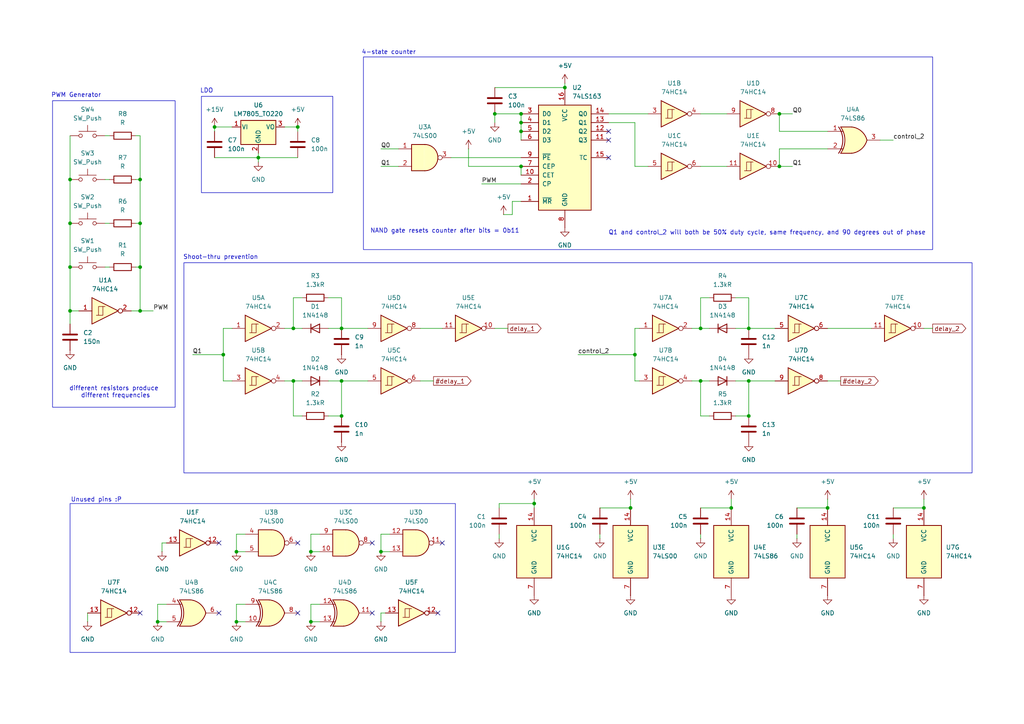
<source format=kicad_sch>
(kicad_sch (version 20250114) (generator "eeschema") (generator_version "9.0")
  (paper "A4")
  (lib_symbols
    (symbol "74xx:74HC14" (pin_names (offset 1.016))
      (property "Reference" "U" (at 0 1.27 0))
      (property "Value" "74HC14" (at 0 -1.27 0))
      (symbol "74HC14_1_0"
        (pin input line (at -7.62 0 0) (length 3.81) (name "~") (number "1"))
        (pin output inverted (at 7.62 0 180) (length 3.81) (name "~") (number "2"))
      )
      (symbol "74HC14_2_0"
        (pin input line (at -7.62 0 0) (length 3.81) (name "~") (number "3"))
        (pin output inverted (at 7.62 0 180) (length 3.81) (name "~") (number "4"))
      )
      (symbol "74HC14_3_0"
        (pin input line (at -7.62 0 0) (length 3.81) (name "~") (number "5"))
        (pin output inverted (at 7.62 0 180) (length 3.81) (name "~") (number "6"))
      )
      (symbol "74HC14_4_0"
        (pin input line (at -7.62 0 0) (length 3.81) (name "~") (number "9"))
        (pin output inverted (at 7.62 0 180) (length 3.81) (name "~") (number "8"))
      )
      (symbol "74HC14_5_0"
        (pin input line (at -7.62 0 0) (length 3.81) (name "~") (number "11"))
        (pin output inverted (at 7.62 0 180) (length 3.81) (name "~") (number "10"))
      )
      (symbol "74HC14_6_0"
        (pin input line (at -7.62 0 0) (length 3.81) (name "~") (number "13"))
        (pin output inverted (at 7.62 0 180) (length 3.81) (name "~") (number "12"))
      )
      (symbol "74HC14_7_0"
        (pin power_in line (at 0 12.7 270) (length 5.08) (name "VCC") (number "14"))
        (pin power_in line (at 0 -12.7 90) (length 5.08) (name "GND") (number "7"))
      )
    )
    (symbol "74xx:74LS00" (pin_names (offset 1.016))
      (property "Reference" "U" (at 0 1.27 0))
      (property "Value" "74LS00" (at 0 -1.27 0))
      (symbol "74LS00_1_1"
        (pin input line (at -7.62 2.54 0) (length 3.81) (name "~") (number "1"))
        (pin input line (at -7.62 -2.54 0) (length 3.81) (name "~") (number "2"))
        (pin output inverted (at 7.62 0 180) (length 3.81) (name "~") (number "3"))
      )
      (symbol "74LS00_1_2"
        (pin input inverted (at -7.62 2.54 0) (length 4.318) (name "~") (number "1"))
        (pin input inverted (at -7.62 -2.54 0) (length 4.318) (name "~") (number "2"))
        (pin output line (at 7.62 0 180) (length 3.81) (name "~") (number "3"))
      )
      (symbol "74LS00_2_1"
        (pin input line (at -7.62 2.54 0) (length 3.81) (name "~") (number "4"))
        (pin input line (at -7.62 -2.54 0) (length 3.81) (name "~") (number "5"))
        (pin output inverted (at 7.62 0 180) (length 3.81) (name "~") (number "6"))
      )
      (symbol "74LS00_2_2"
        (pin input inverted (at -7.62 2.54 0) (length 4.318) (name "~") (number "4"))
        (pin input inverted (at -7.62 -2.54 0) (length 4.318) (name "~") (number "5"))
        (pin output line (at 7.62 0 180) (length 3.81) (name "~") (number "6"))
      )
      (symbol "74LS00_3_1"
        (pin input line (at -7.62 2.54 0) (length 3.81) (name "~") (number "9"))
        (pin input line (at -7.62 -2.54 0) (length 3.81) (name "~") (number "10"))
        (pin output inverted (at 7.62 0 180) (length 3.81) (name "~") (number "8"))
      )
      (symbol "74LS00_3_2"
        (pin input inverted (at -7.62 2.54 0) (length 4.318) (name "~") (number "9"))
        (pin input inverted (at -7.62 -2.54 0) (length 4.318) (name "~") (number "10"))
        (pin output line (at 7.62 0 180) (length 3.81) (name "~") (number "8"))
      )
      (symbol "74LS00_4_1"
        (pin input line (at -7.62 2.54 0) (length 3.81) (name "~") (number "12"))
        (pin input line (at -7.62 -2.54 0) (length 3.81) (name "~") (number "13"))
        (pin output inverted (at 7.62 0 180) (length 3.81) (name "~") (number "11"))
      )
      (symbol "74LS00_4_2"
        (pin input inverted (at -7.62 2.54 0) (length 4.318) (name "~") (number "12"))
        (pin input inverted (at -7.62 -2.54 0) (length 4.318) (name "~") (number "13"))
        (pin output line (at 7.62 0 180) (length 3.81) (name "~") (number "11"))
      )
      (symbol "74LS00_5_0"
        (pin power_in line (at 0 12.7 270) (length 5.08) (name "VCC") (number "14"))
        (pin power_in line (at 0 -12.7 90) (length 5.08) (name "GND") (number "7"))
      )
    )
    (symbol "74xx:74LS163" (pin_names (offset 1.016))
      (property "Reference" "U" (at -7.62 16.51 0))
      (property "Value" "74LS163" (at -7.62 -16.51 0))
      (symbol "74LS163_1_0"
        (pin input line (at -12.7 12.7 0) (length 5.08) (name "D0") (number "3"))
        (pin input line (at -12.7 10.16 0) (length 5.08) (name "D1") (number "4"))
        (pin input line (at -12.7 7.62 0) (length 5.08) (name "D2") (number "5"))
        (pin input line (at -12.7 5.08 0) (length 5.08) (name "D3") (number "6"))
        (pin input line (at -12.7 0 0) (length 5.08) (name "~{PE}") (number "9"))
        (pin input line (at -12.7 -2.54 0) (length 5.08) (name "CEP") (number "7"))
        (pin input line (at -12.7 -5.08 0) (length 5.08) (name "CET") (number "10"))
        (pin input line (at -12.7 -7.62 0) (length 5.08) (name "CP") (number "2"))
        (pin input line (at -12.7 -12.7 0) (length 5.08) (name "~{MR}") (number "1"))
        (pin power_in line (at 0 20.32 270) (length 5.08) (name "VCC") (number "16"))
        (pin power_in line (at 0 -20.32 90) (length 5.08) (name "GND") (number "8"))
        (pin output line (at 12.7 12.7 180) (length 5.08) (name "Q0") (number "14"))
        (pin output line (at 12.7 10.16 180) (length 5.08) (name "Q1") (number "13"))
        (pin output line (at 12.7 7.62 180) (length 5.08) (name "Q2") (number "12"))
        (pin output line (at 12.7 5.08 180) (length 5.08) (name "Q3") (number "11"))
        (pin output line (at 12.7 0 180) (length 5.08) (name "TC") (number "15"))
      )
    )
    (symbol "74xx:74LS86" (pin_names (offset 1.016))
      (property "Reference" "U" (at 0 1.27 0))
      (property "Value" "74LS86" (at 0 -1.27 0))
      (symbol "74LS86_1_0"
        (pin input line (at -7.62 2.54 0) (length 4.445) (name "~") (number "1"))
        (pin input line (at -7.62 -2.54 0) (length 4.445) (name "~") (number "2"))
        (pin output line (at 7.62 0 180) (length 3.81) (name "~") (number "3"))
      )
      (symbol "74LS86_2_0"
        (pin input line (at -7.62 2.54 0) (length 4.445) (name "~") (number "4"))
        (pin input line (at -7.62 -2.54 0) (length 4.445) (name "~") (number "5"))
        (pin output line (at 7.62 0 180) (length 3.81) (name "~") (number "6"))
      )
      (symbol "74LS86_3_0"
        (pin input line (at -7.62 2.54 0) (length 4.445) (name "~") (number "9"))
        (pin input line (at -7.62 -2.54 0) (length 4.445) (name "~") (number "10"))
        (pin output line (at 7.62 0 180) (length 3.81) (name "~") (number "8"))
      )
      (symbol "74LS86_4_0"
        (pin input line (at -7.62 2.54 0) (length 4.445) (name "~") (number "12"))
        (pin input line (at -7.62 -2.54 0) (length 4.445) (name "~") (number "13"))
        (pin output line (at 7.62 0 180) (length 3.81) (name "~") (number "11"))
      )
      (symbol "74LS86_5_0"
        (pin power_in line (at 0 12.7 270) (length 5.08) (name "VCC") (number "14"))
        (pin power_in line (at 0 -12.7 90) (length 5.08) (name "GND") (number "7"))
      )
    )
    (symbol "Device:C" (pin_numbers (hide yes)) (pin_names (offset 0.254))
      (property "Reference" "C" (at 0.635 2.54 0))
      (property "Value" "C" (at 0.635 -2.54 0))
      (symbol "C_1_1"
        (pin passive line (at 0 3.81 270) (length 2.794) (name "~") (number "1"))
        (pin passive line (at 0 -3.81 90) (length 2.794) (name "~") (number "2"))
      )
    )
    (symbol "Device:R" (pin_numbers (hide yes)) (pin_names (offset 0))
      (property "Reference" "R" (at 2.032 0 90))
      (property "Value" "R" (at 0 0 90))
      (symbol "R_1_1"
        (pin passive line (at 0 3.81 270) (length 1.27) (name "~") (number "1"))
        (pin passive line (at 0 -3.81 90) (length 1.27) (name "~") (number "2"))
      )
    )
    (symbol "Diode:1N4148" (pin_numbers (hide yes)) (pin_names (hide yes))
      (property "Reference" "D" (at 0 2.54 0))
      (property "Value" "1N4148" (at 0 -2.54 0))
      (symbol "1N4148_1_1"
        (pin passive line (at -3.81 0 0) (length 2.54) (name "K") (number "1"))
        (pin passive line (at 3.81 0 180) (length 2.54) (name "A") (number "2"))
      )
    )
    (symbol "Regulator_Linear:LM7805_TO220" (pin_names (offset 0.254))
      (property "Reference" "U" (at -3.81 3.175 0))
      (property "Value" "LM7805_TO220" (at 0 3.175 0))
      (symbol "LM7805_TO220_1_1"
        (pin power_in line (at -7.62 0 0) (length 2.54) (name "VI") (number "1"))
        (pin power_in line (at 0 -7.62 90) (length 2.54) (name "GND") (number "2"))
        (pin power_out line (at 7.62 0 180) (length 2.54) (name "VO") (number "3"))
      )
    )
    (symbol "Switch:SW_Push" (pin_numbers (hide yes)) (pin_names (offset 1.016) (hide yes))
      (property "Reference" "SW" (at 1.27 2.54 0))
      (property "Value" "SW_Push" (at 0 -1.524 0))
      (symbol "SW_Push_0_1"
        (pin passive line (at -5.08 0 0) (length 2.54) (name "1") (number "1"))
        (pin passive line (at 5.08 0 180) (length 2.54) (name "2") (number "2"))
      )
    )
    (symbol "power:+12V" (power) (pin_numbers (hide yes)) (pin_names (offset 0) (hide yes))
      (property "Value" "+12V" (at 0 3.556 0))
      (symbol "+12V_1_1"
        (pin power_in line (at 0 0 90) (length 0) (name "~") (number "1"))
      )
    )
    (symbol "power:+5V" (power) (pin_numbers (hide yes)) (pin_names (offset 0) (hide yes))
      (property "Value" "+5V" (at 0 3.556 0))
      (symbol "+5V_1_1"
        (pin power_in line (at 0 0 90) (length 0) (name "~") (number "1"))
      )
    )
    (symbol "power:GND" (power) (pin_numbers (hide yes)) (pin_names (offset 0) (hide yes))
      (property "Value" "GND" (at 0 -3.81 0))
      (symbol "GND_1_1"
        (pin power_in line (at 0 0 270) (length 0) (name "~") (number "1"))
      )
    )
  )
  (rectangle (start 105.41 16.51) (end 270.51 72.39))
  (rectangle (start 58.42 27.94) (end 96.52 55.88))
  (rectangle (start 53.34 76.2) (end 281.94 137.16))
  (rectangle (start 15.24 29.21) (end 50.8 118.11))
  (rectangle (start 20.32 146.05) (end 132.08 189.23))
  (text "Shoot-thru prevention" (at 64.008 74.676 0) (effects (font (size 1.27 1.27))))
  (text "4-state counter" (at 112.776 15.24 0) (effects (font (size 1.27 1.27))))
  (text "PWM Generator" (at 22.098 27.686 0) (effects (font (size 1.27 1.27))))
  (text "NAND gate resets counter after bits = 0b11" (at 129.032 67.056 0) (effects (font (size 1.27 1.27))))
  (text "different resistors produce \ndifferent frequencies" (at 33.528 113.792 0) (effects (font (size 1.27 1.27))))
  (text "Unused pins :P" (at 27.94 145.034 0) (effects (font (size 1.27 1.27))))
  (text "LDO" (at 59.944 26.416 0) (effects (font (size 1.27 1.27))))
  (text "Q1 and control_2 will both be 50% duty cycle, same frequency, and 90 degrees out of phase" (at 222.504 67.564 0) (effects (font (size 1.27 1.27))))
  (junction (at 184.15 102.87))
  (junction (at 20.32 52.07))
  (junction (at 20.32 64.77))
  (junction (at 151.13 48.26))
  (junction (at 68.58 160.02))
  (junction (at 68.58 180.34))
  (junction (at 40.64 52.07))
  (junction (at 99.06 120.65))
  (junction (at 20.32 90.17))
  (junction (at 85.09 95.25))
  (junction (at 40.64 64.77))
  (junction (at 151.13 33.02))
  (junction (at 90.17 160.02))
  (junction (at 64.77 102.87))
  (junction (at 154.94 146.05))
  (junction (at 90.17 180.34))
  (junction (at 85.09 110.49))
  (junction (at 45.72 180.34))
  (junction (at 203.2 110.49))
  (junction (at 217.17 110.49))
  (junction (at 86.36 36.83))
  (junction (at 20.32 77.47))
  (junction (at 151.13 38.1))
  (junction (at 110.49 160.02))
  (junction (at 62.23 36.83))
  (junction (at 74.93 45.72))
  (junction (at 203.2 95.25))
  (junction (at 163.83 25.4))
  (junction (at 40.64 90.17))
  (junction (at 267.97 147.32))
  (junction (at 151.13 35.56))
  (junction (at 226.06 48.26))
  (junction (at 217.17 95.25))
  (junction (at 240.03 147.32))
  (junction (at 99.06 110.49))
  (junction (at 143.51 33.02))
  (junction (at 40.64 77.47))
  (junction (at 217.17 120.65))
  (junction (at 182.88 147.32))
  (junction (at 212.09 147.32))
  (junction (at 99.06 95.25))
  (junction (at 226.06 33.02))
  (no_connect (at 40.64 177.8))
  (no_connect (at 176.53 45.72))
  (no_connect (at 63.5 157.48))
  (no_connect (at 107.95 157.48))
  (no_connect (at 176.53 40.64))
  (no_connect (at 176.53 38.1))
  (no_connect (at 86.36 177.8))
  (no_connect (at 86.36 157.48))
  (no_connect (at 127 177.8))
  (no_connect (at 128.27 157.48))
  (no_connect (at 63.5 177.8))
  (no_connect (at 107.95 177.8))
  (wire (pts (xy 121.92 110.49) (xy 125.73 110.49)))
  (wire (pts (xy 45.72 175.26) (xy 45.72 180.34)))
  (wire (pts (xy 90.17 154.94) (xy 90.17 160.02)))
  (wire (pts (xy 71.12 175.26) (xy 68.58 175.26)))
  (wire (pts (xy 110.49 43.18) (xy 115.57 43.18)))
  (wire (pts (xy 240.03 110.49) (xy 243.84 110.49)))
  (wire (pts (xy 154.94 144.78) (xy 154.94 146.05)))
  (wire (pts (xy 217.17 86.36) (xy 217.17 95.25)))
  (wire (pts (xy 148.59 62.23) (xy 148.59 58.42)))
  (wire (pts (xy 143.51 25.4) (xy 163.83 25.4)))
  (wire (pts (xy 226.06 48.26) (xy 229.87 48.26)))
  (wire (pts (xy 40.64 39.37) (xy 40.64 52.07)))
  (wire (pts (xy 99.06 95.25) (xy 95.25 95.25)))
  (wire (pts (xy 213.36 86.36) (xy 217.17 86.36)))
  (wire (pts (xy 64.77 102.87) (xy 55.88 102.87)))
  (wire (pts (xy 90.17 160.02) (xy 92.71 160.02)))
  (wire (pts (xy 74.93 45.72) (xy 86.36 45.72)))
  (wire (pts (xy 90.17 180.34) (xy 92.71 180.34)))
  (wire (pts (xy 203.2 33.02) (xy 210.82 33.02)))
  (wire (pts (xy 64.77 102.87) (xy 64.77 110.49)))
  (wire (pts (xy 85.09 86.36) (xy 85.09 95.25)))
  (wire (pts (xy 185.42 95.25) (xy 184.15 95.25)))
  (wire (pts (xy 40.64 90.17) (xy 44.45 90.17)))
  (wire (pts (xy 144.78 146.05) (xy 154.94 146.05)))
  (wire (pts (xy 259.08 147.32) (xy 267.97 147.32)))
  (wire (pts (xy 173.99 154.94) (xy 173.99 156.21)))
  (wire (pts (xy 40.64 52.07) (xy 40.64 64.77)))
  (wire (pts (xy 64.77 95.25) (xy 64.77 102.87)))
  (wire (pts (xy 110.49 177.8) (xy 110.49 180.34)))
  (wire (pts (xy 143.51 33.02) (xy 143.51 35.56)))
  (wire (pts (xy 82.55 110.49) (xy 85.09 110.49)))
  (wire (pts (xy 74.93 44.45) (xy 74.93 45.72)))
  (wire (pts (xy 85.09 95.25) (xy 87.63 95.25)))
  (wire (pts (xy 217.17 95.25) (xy 213.36 95.25)))
  (wire (pts (xy 111.76 177.8) (xy 110.49 177.8)))
  (wire (pts (xy 217.17 120.65) (xy 213.36 120.65)))
  (wire (pts (xy 184.15 102.87) (xy 184.15 110.49)))
  (wire (pts (xy 267.97 144.78) (xy 267.97 147.32)))
  (wire (pts (xy 30.48 77.47) (xy 31.75 77.47)))
  (wire (pts (xy 176.53 33.02) (xy 187.96 33.02)))
  (wire (pts (xy 20.32 93.98) (xy 20.32 90.17)))
  (wire (pts (xy 39.37 77.47) (xy 40.64 77.47)))
  (wire (pts (xy 62.23 36.83) (xy 62.23 38.1)))
  (wire (pts (xy 95.25 86.36) (xy 99.06 86.36)))
  (wire (pts (xy 110.49 160.02) (xy 113.03 160.02)))
  (wire (pts (xy 135.89 43.18) (xy 135.89 48.26)))
  (wire (pts (xy 255.27 40.64) (xy 259.08 40.64)))
  (wire (pts (xy 173.99 147.32) (xy 182.88 147.32)))
  (wire (pts (xy 130.81 45.72) (xy 151.13 45.72)))
  (wire (pts (xy 110.49 48.26) (xy 115.57 48.26)))
  (wire (pts (xy 95.25 110.49) (xy 99.06 110.49)))
  (wire (pts (xy 64.77 95.25) (xy 67.31 95.25)))
  (wire (pts (xy 167.64 102.87) (xy 184.15 102.87)))
  (wire (pts (xy 40.64 77.47) (xy 40.64 90.17)))
  (wire (pts (xy 67.31 110.49) (xy 64.77 110.49)))
  (wire (pts (xy 154.94 146.05) (xy 154.94 147.32)))
  (wire (pts (xy 217.17 110.49) (xy 217.17 120.65)))
  (wire (pts (xy 203.2 147.32) (xy 212.09 147.32)))
  (wire (pts (xy 40.64 90.17) (xy 38.1 90.17)))
  (wire (pts (xy 217.17 95.25) (xy 224.79 95.25)))
  (wire (pts (xy 200.66 110.49) (xy 203.2 110.49)))
  (wire (pts (xy 184.15 35.56) (xy 184.15 48.26)))
  (wire (pts (xy 110.49 154.94) (xy 110.49 160.02)))
  (wire (pts (xy 203.2 120.65) (xy 203.2 110.49)))
  (wire (pts (xy 30.48 39.37) (xy 31.75 39.37)))
  (wire (pts (xy 30.48 52.07) (xy 31.75 52.07)))
  (wire (pts (xy 62.23 36.83) (xy 67.31 36.83)))
  (wire (pts (xy 226.06 43.18) (xy 240.03 43.18)))
  (wire (pts (xy 226.06 33.02) (xy 226.06 38.1)))
  (wire (pts (xy 176.53 35.56) (xy 184.15 35.56)))
  (wire (pts (xy 203.2 95.25) (xy 205.74 95.25)))
  (wire (pts (xy 184.15 110.49) (xy 185.42 110.49)))
  (wire (pts (xy 182.88 144.78) (xy 182.88 147.32)))
  (wire (pts (xy 151.13 38.1) (xy 151.13 40.64)))
  (wire (pts (xy 39.37 39.37) (xy 40.64 39.37)))
  (wire (pts (xy 151.13 48.26) (xy 151.13 50.8)))
  (wire (pts (xy 148.59 58.42) (xy 151.13 58.42)))
  (wire (pts (xy 46.99 157.48) (xy 46.99 160.02)))
  (wire (pts (xy 92.71 154.94) (xy 90.17 154.94)))
  (wire (pts (xy 212.09 144.78) (xy 212.09 147.32)))
  (wire (pts (xy 163.83 24.13) (xy 163.83 25.4)))
  (wire (pts (xy 40.64 64.77) (xy 40.64 77.47)))
  (wire (pts (xy 151.13 35.56) (xy 151.13 38.1)))
  (wire (pts (xy 200.66 95.25) (xy 203.2 95.25)))
  (wire (pts (xy 99.06 95.25) (xy 106.68 95.25)))
  (wire (pts (xy 184.15 95.25) (xy 184.15 102.87)))
  (wire (pts (xy 184.15 48.26) (xy 187.96 48.26)))
  (wire (pts (xy 68.58 175.26) (xy 68.58 180.34)))
  (wire (pts (xy 113.03 154.94) (xy 110.49 154.94)))
  (wire (pts (xy 121.92 95.25) (xy 128.27 95.25)))
  (wire (pts (xy 92.71 175.26) (xy 90.17 175.26)))
  (wire (pts (xy 48.26 157.48) (xy 46.99 157.48)))
  (wire (pts (xy 85.09 120.65) (xy 85.09 110.49)))
  (wire (pts (xy 203.2 110.49) (xy 205.74 110.49)))
  (wire (pts (xy 143.51 95.25) (xy 147.32 95.25)))
  (wire (pts (xy 99.06 110.49) (xy 99.06 120.65)))
  (wire (pts (xy 30.48 64.77) (xy 31.75 64.77)))
  (wire (pts (xy 231.14 147.32) (xy 240.03 147.32)))
  (wire (pts (xy 99.06 120.65) (xy 95.25 120.65)))
  (wire (pts (xy 87.63 86.36) (xy 85.09 86.36)))
  (wire (pts (xy 45.72 180.34) (xy 48.26 180.34)))
  (wire (pts (xy 62.23 45.72) (xy 74.93 45.72)))
  (wire (pts (xy 205.74 120.65) (xy 203.2 120.65)))
  (wire (pts (xy 39.37 64.77) (xy 40.64 64.77)))
  (wire (pts (xy 20.32 90.17) (xy 22.86 90.17)))
  (wire (pts (xy 143.51 33.02) (xy 151.13 33.02)))
  (wire (pts (xy 217.17 110.49) (xy 224.79 110.49)))
  (wire (pts (xy 25.4 177.8) (xy 25.4 180.34)))
  (wire (pts (xy 259.08 154.94) (xy 259.08 156.21)))
  (wire (pts (xy 226.06 33.02) (xy 229.87 33.02)))
  (wire (pts (xy 135.89 48.26) (xy 151.13 48.26)))
  (wire (pts (xy 71.12 154.94) (xy 68.58 154.94)))
  (wire (pts (xy 87.63 120.65) (xy 85.09 120.65)))
  (wire (pts (xy 139.7 53.34) (xy 151.13 53.34)))
  (wire (pts (xy 20.32 39.37) (xy 20.32 52.07)))
  (wire (pts (xy 203.2 86.36) (xy 203.2 95.25)))
  (wire (pts (xy 85.09 110.49) (xy 87.63 110.49)))
  (wire (pts (xy 151.13 33.02) (xy 151.13 35.56)))
  (wire (pts (xy 68.58 160.02) (xy 71.12 160.02)))
  (wire (pts (xy 99.06 86.36) (xy 99.06 95.25)))
  (wire (pts (xy 48.26 175.26) (xy 45.72 175.26)))
  (wire (pts (xy 20.32 77.47) (xy 20.32 90.17)))
  (wire (pts (xy 146.05 62.23) (xy 148.59 62.23)))
  (wire (pts (xy 39.37 52.07) (xy 40.64 52.07)))
  (wire (pts (xy 99.06 110.49) (xy 106.68 110.49)))
  (wire (pts (xy 68.58 180.34) (xy 71.12 180.34)))
  (wire (pts (xy 82.55 36.83) (xy 86.36 36.83)))
  (wire (pts (xy 20.32 52.07) (xy 20.32 64.77)))
  (wire (pts (xy 226.06 38.1) (xy 240.03 38.1)))
  (wire (pts (xy 267.97 95.25) (xy 270.51 95.25)))
  (wire (pts (xy 20.32 64.77) (xy 20.32 77.47)))
  (wire (pts (xy 213.36 110.49) (xy 217.17 110.49)))
  (wire (pts (xy 90.17 175.26) (xy 90.17 180.34)))
  (wire (pts (xy 74.93 45.72) (xy 74.93 46.99)))
  (wire (pts (xy 82.55 95.25) (xy 85.09 95.25)))
  (wire (pts (xy 68.58 154.94) (xy 68.58 160.02)))
  (wire (pts (xy 203.2 154.94) (xy 203.2 156.21)))
  (wire (pts (xy 144.78 154.94) (xy 144.78 156.21)))
  (wire (pts (xy 240.03 95.25) (xy 252.73 95.25)))
  (wire (pts (xy 240.03 144.78) (xy 240.03 147.32)))
  (wire (pts (xy 205.74 86.36) (xy 203.2 86.36)))
  (wire (pts (xy 203.2 48.26) (xy 210.82 48.26)))
  (wire (pts (xy 226.06 48.26) (xy 226.06 43.18)))
  (wire (pts (xy 86.36 36.83) (xy 86.36 38.1)))
  (wire (pts (xy 144.78 146.05) (xy 144.78 147.32)))
  (wire (pts (xy 231.14 154.94) (xy 231.14 156.21)))
  (label "Q1" (at 229.87 48.26 0))
  (label "Q0" (at 110.49 43.18 0))
  (label "PWM" (at 44.45 90.17 0))
  (label "control_2" (at 259.08 40.64 0))
  (label "Q0" (at 229.87 33.02 0))
  (label "control_2" (at 167.64 102.87 0))
  (label "Q1" (at 55.88 102.87 0))
  (label "PWM" (at 139.7 53.34 0))
  (label "Q1" (at 110.49 48.26 0))
  (global_label "delay_2" (shape output) (at 270.51 95.25 0) (property "Intersheetrefs" "${INTERSHEET_REFS}" (effects (hide yes))))
  (global_label "#delay_1" (shape output) (at 125.73 110.49 0) (property "Intersheetrefs" "${INTERSHEET_REFS}" (effects (hide yes))))
  (global_label "delay_1" (shape output) (at 147.32 95.25 0) (property "Intersheetrefs" "${INTERSHEET_REFS}" (effects (hide yes))))
  (global_label "#delay_2" (shape output) (at 243.84 110.49 0) (property "Intersheetrefs" "${INTERSHEET_REFS}" (effects (hide yes))))
  (symbol (lib_id "74xx:74LS163") (at 163.83 45.72 0) (unit 1)
    (property "Reference" "U2" (at 165.9733 25.4 0) (effects (justify left)))
    (property "Value" "74LS163" (at 165.9733 27.94 0) (effects (justify left)))
    (property "Datasheet" "http://www.ti.com/lit/gpn/sn74LS163" (effects (hide yes)))
    (property "Description" "Synchronous 4-bit programmable binary Counter" (effects (hide yes)))
  )
  (symbol (lib_id "Device:C") (at 143.51 29.21 0) (unit 1)
    (property "Reference" "C3" (at 147.32 27.9399 0) (effects (justify left)))
    (property "Value" "100n" (at 147.32 30.4799 0) (effects (justify left)))
    (property "Description" "Unpolarized capacitor" (effects (hide yes)))
  )
  (symbol (lib_id "Device:R") (at 209.55 86.36 90) (unit 1)
    (property "Reference" "R4" (at 209.55 80.01 90))
    (property "Value" "1.3kR" (at 209.55 82.55 90))
    (property "Description" "Resistor" (effects (hide yes)))
  )
  (symbol (lib_id "74xx:74LS86") (at 78.74 177.8 0) (unit 3)
    (property "Reference" "U4" (at 78.4352 168.91 0))
    (property "Value" "74LS86" (at 78.4352 171.45 0))
    (property "Datasheet" "74xx/74ls86.pdf" (effects (hide yes)))
    (property "Description" "Quad 2-input XOR" (effects (hide yes)))
  )
  (symbol (lib_id "power:GND") (at 163.83 66.04 0) (unit 1)
    (property "Reference" "#PWR07" (effects (hide yes)))
    (property "Value" "GND" (at 163.83 71.12 0))
    (property "Description" "Power symbol creates a global label with name \"GND\" , ground" (effects (hide yes)))
  )
  (symbol (lib_id "74xx:74LS00") (at 78.74 157.48 0) (unit 2)
    (property "Reference" "U3" (at 78.7317 148.59 0))
    (property "Value" "74LS00" (at 78.7317 151.13 0))
    (property "Datasheet" "http://www.ti.com/lit/gpn/sn74ls00" (effects (hide yes)))
    (property "Description" "quad 2-input NAND gate" (effects (hide yes)))
  )
  (symbol (lib_id "74xx:74LS86") (at 212.09 160.02 0) (unit 5)
    (property "Reference" "U4" (at 218.44 158.7499 0) (effects (justify left)))
    (property "Value" "74LS86" (at 218.44 161.2899 0) (effects (justify left)))
    (property "Datasheet" "74xx/74ls86.pdf" (effects (hide yes)))
    (property "Description" "Quad 2-input XOR" (effects (hide yes)))
  )
  (symbol (lib_id "Device:C") (at 173.99 151.13 0) (unit 1)
    (property "Reference" "C4" (at 170.18 149.8599 0) (effects (justify right)))
    (property "Value" "100n" (at 170.18 152.3999 0) (effects (justify right)))
    (property "Description" "Unpolarized capacitor" (effects (hide yes)))
  )
  (symbol (lib_id "74xx:74HC14") (at 232.41 95.25 0) (unit 3)
    (property "Reference" "U7" (at 232.41 86.36 0))
    (property "Value" "74HC14" (at 232.41 88.9 0))
    (property "Datasheet" "http://www.ti.com/lit/gpn/sn74HC14" (effects (hide yes)))
    (property "Description" "Hex inverter schmitt trigger" (effects (hide yes)))
  )
  (symbol (lib_id "power:GND") (at 110.49 160.02 0) (unit 1)
    (property "Reference" "#PWR016" (effects (hide yes)))
    (property "Value" "GND" (at 110.49 165.1 0))
    (property "Description" "Power symbol creates a global label with name \"GND\" , ground" (effects (hide yes)))
  )
  (symbol (lib_id "power:+5V") (at 135.89 43.18 0) (unit 1)
    (property "Reference" "#PWR09" (effects (hide yes)))
    (property "Value" "+5V" (at 135.89 38.1 0))
    (property "Description" "Power symbol creates a global label with name \"+5V\"" (effects (hide yes)))
  )
  (symbol (lib_id "Switch:SW_Push") (at 25.4 64.77 0) (unit 1)
    (property "Reference" "SW2" (at 25.4 57.15 0))
    (property "Value" "SW_Push" (at 25.4 59.69 0))
    (property "Description" "Push button switch, generic, two pins" (effects (hide yes)))
  )
  (symbol (lib_id "power:+5V") (at 212.09 144.78 0) (unit 1)
    (property "Reference" "#PWR019" (effects (hide yes)))
    (property "Value" "+5V" (at 212.09 139.7 0))
    (property "Description" "Power symbol creates a global label with name \"+5V\"" (effects (hide yes)))
  )
  (symbol (lib_id "power:GND") (at 20.32 101.6 0) (unit 1)
    (property "Reference" "#PWR04" (effects (hide yes)))
    (property "Value" "GND" (at 20.32 106.68 0))
    (property "Description" "Power symbol creates a global label with name \"GND\" , ground" (effects (hide yes)))
  )
  (symbol (lib_id "Device:C") (at 20.32 97.79 0) (unit 1)
    (property "Reference" "C2" (at 24.13 96.5199 0) (effects (justify left)))
    (property "Value" "150n" (at 24.13 99.0599 0) (effects (justify left)))
    (property "Description" "Unpolarized capacitor" (effects (hide yes)))
  )
  (symbol (lib_id "74xx:74LS00") (at 182.88 160.02 0) (unit 5)
    (property "Reference" "U3" (at 189.23 158.7499 0) (effects (justify left)))
    (property "Value" "74LS00" (at 189.23 161.2899 0) (effects (justify left)))
    (property "Datasheet" "http://www.ti.com/lit/gpn/sn74ls00" (effects (hide yes)))
    (property "Description" "quad 2-input NAND gate" (effects (hide yes)))
  )
  (symbol (lib_id "Device:C") (at 203.2 151.13 0) (unit 1)
    (property "Reference" "C5" (at 199.39 149.8599 0) (effects (justify right)))
    (property "Value" "100n" (at 199.39 152.3999 0) (effects (justify right)))
    (property "Description" "Unpolarized capacitor" (effects (hide yes)))
  )
  (symbol (lib_id "power:GND") (at 240.03 172.72 0) (unit 1)
    (property "Reference" "#PWR022" (effects (hide yes)))
    (property "Value" "GND" (at 240.03 177.8 0))
    (property "Description" "Power symbol creates a global label with name \"GND\" , ground" (effects (hide yes)))
  )
  (symbol (lib_id "74xx:74LS00") (at 120.65 157.48 0) (unit 4)
    (property "Reference" "U3" (at 120.6417 148.59 0))
    (property "Value" "74LS00" (at 120.6417 151.13 0))
    (property "Datasheet" "http://www.ti.com/lit/gpn/sn74ls00" (effects (hide yes)))
    (property "Description" "quad 2-input NAND gate" (effects (hide yes)))
  )
  (symbol (lib_id "power:GND") (at 99.06 128.27 0) (unit 1)
    (property "Reference" "#PWR026" (effects (hide yes)))
    (property "Value" "GND" (at 99.06 133.35 0))
    (property "Description" "Power symbol creates a global label with name \"GND\" , ground" (effects (hide yes)))
  )
  (symbol (lib_id "74xx:74HC14") (at 135.89 95.25 0) (unit 5)
    (property "Reference" "U5" (at 135.89 86.36 0))
    (property "Value" "74HC14" (at 135.89 88.9 0))
    (property "Datasheet" "http://www.ti.com/lit/gpn/sn74HC14" (effects (hide yes)))
    (property "Description" "Hex inverter schmitt trigger" (effects (hide yes)))
  )
  (symbol (lib_id "Device:C") (at 217.17 99.06 0) (unit 1)
    (property "Reference" "C12" (at 220.98 97.7899 0) (effects (justify left)))
    (property "Value" "1n" (at 220.98 100.3299 0) (effects (justify left)))
    (property "Description" "Unpolarized capacitor" (effects (hide yes)))
  )
  (symbol (lib_id "74xx:74HC14") (at 218.44 48.26 0) (unit 5)
    (property "Reference" "U1" (at 218.44 39.37 0))
    (property "Value" "74HC14" (at 218.44 41.91 0))
    (property "Datasheet" "http://www.ti.com/lit/gpn/sn74HC14" (effects (hide yes)))
    (property "Description" "Hex inverter schmitt trigger" (effects (hide yes)))
  )
  (symbol (lib_id "Device:C") (at 62.23 41.91 0) (unit 1)
    (property "Reference" "C7" (at 66.04 40.6399 0) (effects (justify left)))
    (property "Value" "100n" (at 66.04 43.1799 0) (effects (justify left)))
    (property "Description" "Unpolarized capacitor" (effects (hide yes)))
  )
  (symbol (lib_id "power:GND") (at 68.58 180.34 0) (unit 1)
    (property "Reference" "#PWR035" (effects (hide yes)))
    (property "Value" "GND" (at 68.58 185.42 0))
    (property "Description" "Power symbol creates a global label with name \"GND\" , ground" (effects (hide yes)))
  )
  (symbol (lib_id "74xx:74HC14") (at 193.04 110.49 0) (unit 2)
    (property "Reference" "U7" (at 193.04 101.6 0))
    (property "Value" "74HC14" (at 193.04 104.14 0))
    (property "Datasheet" "http://www.ti.com/lit/gpn/sn74HC14" (effects (hide yes)))
    (property "Description" "Hex inverter schmitt trigger" (effects (hide yes)))
  )
  (symbol (lib_id "Device:R") (at 35.56 52.07 90) (unit 1)
    (property "Reference" "R7" (at 35.56 45.72 90))
    (property "Value" "R" (at 35.56 48.26 90))
    (property "Description" "Resistor" (effects (hide yes)))
  )
  (symbol (lib_id "Switch:SW_Push") (at 25.4 77.47 0) (unit 1)
    (property "Reference" "SW1" (at 25.4 69.85 0))
    (property "Value" "SW_Push" (at 25.4 72.39 0))
    (property "Description" "Push button switch, generic, two pins" (effects (hide yes)))
  )
  (symbol (lib_id "74xx:74HC14") (at 232.41 110.49 0) (unit 4)
    (property "Reference" "U7" (at 232.41 101.6 0))
    (property "Value" "74HC14" (at 232.41 104.14 0))
    (property "Datasheet" "http://www.ti.com/lit/gpn/sn74HC14" (effects (hide yes)))
    (property "Description" "Hex inverter schmitt trigger" (effects (hide yes)))
  )
  (symbol (lib_id "power:GND") (at 74.93 46.99 0) (unit 1)
    (property "Reference" "#PWR023" (effects (hide yes)))
    (property "Value" "GND" (at 74.93 52.07 0))
    (property "Description" "Power symbol creates a global label with name \"GND\" , ground" (effects (hide yes)))
  )
  (symbol (lib_id "Device:C") (at 99.06 99.06 0) (unit 1)
    (property "Reference" "C9" (at 102.87 97.7899 0) (effects (justify left)))
    (property "Value" "1n" (at 102.87 100.3299 0) (effects (justify left)))
    (property "Description" "Unpolarized capacitor" (effects (hide yes)))
  )
  (symbol (lib_id "Device:R") (at 35.56 77.47 90) (unit 1)
    (property "Reference" "R1" (at 35.56 71.12 90))
    (property "Value" "R" (at 35.56 73.66 90))
    (property "Description" "Resistor" (effects (hide yes)))
  )
  (symbol (lib_id "Device:C") (at 259.08 151.13 0) (unit 1)
    (property "Reference" "C11" (at 255.27 149.8599 0) (effects (justify right)))
    (property "Value" "100n" (at 255.27 152.3999 0) (effects (justify right)))
    (property "Description" "Unpolarized capacitor" (effects (hide yes)))
  )
  (symbol (lib_id "Device:C") (at 231.14 151.13 0) (unit 1)
    (property "Reference" "C6" (at 227.33 149.8599 0) (effects (justify right)))
    (property "Value" "100n" (at 227.33 152.3999 0) (effects (justify right)))
    (property "Description" "Unpolarized capacitor" (effects (hide yes)))
  )
  (symbol (lib_id "74xx:74LS00") (at 100.33 157.48 0) (unit 3)
    (property "Reference" "U3" (at 100.3217 148.59 0))
    (property "Value" "74LS00" (at 100.3217 151.13 0))
    (property "Datasheet" "http://www.ti.com/lit/gpn/sn74ls00" (effects (hide yes)))
    (property "Description" "quad 2-input NAND gate" (effects (hide yes)))
  )
  (symbol (lib_id "power:GND") (at 45.72 180.34 0) (unit 1)
    (property "Reference" "#PWR034" (effects (hide yes)))
    (property "Value" "GND" (at 45.72 185.42 0))
    (property "Description" "Power symbol creates a global label with name \"GND\" , ground" (effects (hide yes)))
  )
  (symbol (lib_id "Device:R") (at 209.55 120.65 90) (unit 1)
    (property "Reference" "R5" (at 209.55 114.3 90))
    (property "Value" "1.3kR" (at 209.55 116.84 90))
    (property "Description" "Resistor" (effects (hide yes)))
  )
  (symbol (lib_id "power:+5V") (at 154.94 144.78 0) (unit 1)
    (property "Reference" "#PWR02" (effects (hide yes)))
    (property "Value" "+5V" (at 154.94 139.7 0))
    (property "Description" "Power symbol creates a global label with name \"+5V\"" (effects (hide yes)))
  )
  (symbol (lib_id "power:GND") (at 25.4 180.34 0) (unit 1)
    (property "Reference" "#PWR037" (effects (hide yes)))
    (property "Value" "GND" (at 25.4 185.42 0))
    (property "Description" "Power symbol creates a global label with name \"GND\" , ground" (effects (hide yes)))
  )
  (symbol (lib_id "Device:R") (at 35.56 39.37 90) (unit 1)
    (property "Reference" "R8" (at 35.56 33.02 90))
    (property "Value" "R" (at 35.56 35.56 90))
    (property "Description" "Resistor" (effects (hide yes)))
  )
  (symbol (lib_id "power:GND") (at 267.97 172.72 0) (unit 1)
    (property "Reference" "#PWR029" (effects (hide yes)))
    (property "Value" "GND" (at 267.97 177.8 0))
    (property "Description" "Power symbol creates a global label with name \"GND\" , ground" (effects (hide yes)))
  )
  (symbol (lib_id "power:GND") (at 217.17 102.87 0) (unit 1)
    (property "Reference" "#PWR032" (effects (hide yes)))
    (property "Value" "GND" (at 217.17 107.95 0))
    (property "Description" "Power symbol creates a global label with name \"GND\" , ground" (effects (hide yes)))
  )
  (symbol (lib_id "Device:R") (at 35.56 64.77 90) (unit 1)
    (property "Reference" "R6" (at 35.56 58.42 90))
    (property "Value" "R" (at 35.56 60.96 90))
    (property "Description" "Resistor" (effects (hide yes)))
  )
  (symbol (lib_id "74xx:74HC14") (at 33.02 177.8 0) (unit 6)
    (property "Reference" "U7" (at 33.02 168.91 0))
    (property "Value" "74HC14" (at 33.02 171.45 0))
    (property "Datasheet" "http://www.ti.com/lit/gpn/sn74HC14" (effects (hide yes)))
    (property "Description" "Hex inverter schmitt trigger" (effects (hide yes)))
  )
  (symbol (lib_id "74xx:74LS86") (at 100.33 177.8 0) (unit 4)
    (property "Reference" "U4" (at 100.0252 168.91 0))
    (property "Value" "74LS86" (at 100.0252 171.45 0))
    (property "Datasheet" "74xx/74ls86.pdf" (effects (hide yes)))
    (property "Description" "Quad 2-input XOR" (effects (hide yes)))
  )
  (symbol (lib_id "power:GND") (at 46.99 160.02 0) (unit 1)
    (property "Reference" "#PWR010" (effects (hide yes)))
    (property "Value" "GND" (at 46.99 165.1 0))
    (property "Description" "Power symbol creates a global label with name \"GND\" , ground" (effects (hide yes)))
  )
  (symbol (lib_id "power:GND") (at 231.14 156.21 0) (unit 1)
    (property "Reference" "#PWR020" (effects (hide yes)))
    (property "Value" "GND" (at 231.14 161.29 0))
    (property "Description" "Power symbol creates a global label with name \"GND\" , ground" (effects (hide yes)))
  )
  (symbol (lib_id "power:+5V") (at 86.36 36.83 0) (unit 1)
    (property "Reference" "#PWR024" (effects (hide yes)))
    (property "Value" "+5V" (at 86.36 31.75 0))
    (property "Description" "Power symbol creates a global label with name \"+5V\"" (effects (hide yes)))
  )
  (symbol (lib_id "74xx:74HC14") (at 195.58 33.02 0) (unit 2)
    (property "Reference" "U1" (at 195.58 24.13 0))
    (property "Value" "74HC14" (at 195.58 26.67 0))
    (property "Datasheet" "http://www.ti.com/lit/gpn/sn74HC14" (effects (hide yes)))
    (property "Description" "Hex inverter schmitt trigger" (effects (hide yes)))
  )
  (symbol (lib_id "74xx:74LS86") (at 247.65 40.64 0) (unit 1)
    (property "Reference" "U4" (at 247.3452 31.75 0))
    (property "Value" "74LS86" (at 247.3452 34.29 0))
    (property "Datasheet" "74xx/74ls86.pdf" (effects (hide yes)))
    (property "Description" "Quad 2-input XOR" (effects (hide yes)))
  )
  (symbol (lib_id "Diode:1N4148") (at 91.44 95.25 0) (unit 1)
    (property "Reference" "D1" (at 91.44 88.9 0))
    (property "Value" "1N4148" (at 91.44 91.44 0))
    (property "Footprint" "Diode_THT:D_DO-35_SOD27_P7.62mm_Horizontal" (effects (hide yes)))
    (property "Datasheet" "https://assets.nexperia.com/documents/data-sheet/1N4148_1N4448.pdf" (effects (hide yes)))
    (property "Description" "100V 0.15A standard switching diode, DO-35" (effects (hide yes)))
    (property "Sim.Device" "D" (effects (hide yes)))
    (property "Sim.Pins" "1=K 2=A" (effects (hide yes)))
  )
  (symbol (lib_id "power:+5V") (at 267.97 144.78 0) (unit 1)
    (property "Reference" "#PWR030" (effects (hide yes)))
    (property "Value" "+5V" (at 267.97 139.7 0))
    (property "Description" "Power symbol creates a global label with name \"+5V\"" (effects (hide yes)))
  )
  (symbol (lib_id "74xx:74HC14") (at 218.44 33.02 0) (unit 4)
    (property "Reference" "U1" (at 218.44 24.13 0))
    (property "Value" "74HC14" (at 218.44 26.67 0))
    (property "Datasheet" "http://www.ti.com/lit/gpn/sn74HC14" (effects (hide yes)))
    (property "Description" "Hex inverter schmitt trigger" (effects (hide yes)))
  )
  (symbol (lib_id "power:GND") (at 212.09 172.72 0) (unit 1)
    (property "Reference" "#PWR018" (effects (hide yes)))
    (property "Value" "GND" (at 212.09 177.8 0))
    (property "Description" "Power symbol creates a global label with name \"GND\" , ground" (effects (hide yes)))
  )
  (symbol (lib_id "74xx:74HC14") (at 240.03 160.02 0) (unit 7)
    (property "Reference" "U5" (at 246.38 158.7499 0) (effects (justify left)))
    (property "Value" "74HC14" (at 246.38 161.2899 0) (effects (justify left)))
    (property "Datasheet" "http://www.ti.com/lit/gpn/sn74HC14" (effects (hide yes)))
    (property "Description" "Hex inverter schmitt trigger" (effects (hide yes)))
  )
  (symbol (lib_id "power:+5V") (at 146.05 62.23 0) (unit 1)
    (property "Reference" "#PWR08" (effects (hide yes)))
    (property "Value" "+5V" (at 146.05 57.15 0))
    (property "Description" "Power symbol creates a global label with name \"+5V\"" (effects (hide yes)))
  )
  (symbol (lib_id "74xx:74HC14") (at 114.3 110.49 0) (unit 3)
    (property "Reference" "U5" (at 114.3 101.6 0))
    (property "Value" "74HC14" (at 114.3 104.14 0))
    (property "Datasheet" "http://www.ti.com/lit/gpn/sn74HC14" (effects (hide yes)))
    (property "Description" "Hex inverter schmitt trigger" (effects (hide yes)))
  )
  (symbol (lib_id "Diode:1N4148") (at 209.55 110.49 180) (unit 1)
    (property "Reference" "D4" (at 209.55 104.14 0))
    (property "Value" "1N4148" (at 209.55 106.68 0))
    (property "Footprint" "Diode_THT:D_DO-35_SOD27_P7.62mm_Horizontal" (effects (hide yes)))
    (property "Datasheet" "https://assets.nexperia.com/documents/data-sheet/1N4148_1N4448.pdf" (effects (hide yes)))
    (property "Description" "100V 0.15A standard switching diode, DO-35" (effects (hide yes)))
    (property "Sim.Device" "D" (effects (hide yes)))
    (property "Sim.Pins" "1=K 2=A" (effects (hide yes)))
  )
  (symbol (lib_id "Device:R") (at 91.44 120.65 90) (unit 1)
    (property "Reference" "R2" (at 91.44 114.3 90))
    (property "Value" "1.3kR" (at 91.44 116.84 90))
    (property "Description" "Resistor" (effects (hide yes)))
  )
  (symbol (lib_id "power:+5V") (at 240.03 144.78 0) (unit 1)
    (property "Reference" "#PWR021" (effects (hide yes)))
    (property "Value" "+5V" (at 240.03 139.7 0))
    (property "Description" "Power symbol creates a global label with name \"+5V\"" (effects (hide yes)))
  )
  (symbol (lib_id "power:GND") (at 203.2 156.21 0) (unit 1)
    (property "Reference" "#PWR017" (effects (hide yes)))
    (property "Value" "GND" (at 203.2 161.29 0))
    (property "Description" "Power symbol creates a global label with name \"GND\" , ground" (effects (hide yes)))
  )
  (symbol (lib_id "74xx:74HC14") (at 74.93 95.25 0) (unit 1)
    (property "Reference" "U5" (at 74.93 86.36 0))
    (property "Value" "74HC14" (at 74.93 88.9 0))
    (property "Datasheet" "http://www.ti.com/lit/gpn/sn74HC14" (effects (hide yes)))
    (property "Description" "Hex inverter schmitt trigger" (effects (hide yes)))
  )
  (symbol (lib_id "power:GND") (at 182.88 172.72 0) (unit 1)
    (property "Reference" "#PWR012" (effects (hide yes)))
    (property "Value" "GND" (at 182.88 177.8 0))
    (property "Description" "Power symbol creates a global label with name \"GND\" , ground" (effects (hide yes)))
  )
  (symbol (lib_id "74xx:74HC14") (at 74.93 110.49 0) (unit 2)
    (property "Reference" "U5" (at 74.93 101.6 0))
    (property "Value" "74HC14" (at 74.93 104.14 0))
    (property "Datasheet" "http://www.ti.com/lit/gpn/sn74HC14" (effects (hide yes)))
    (property "Description" "Hex inverter schmitt trigger" (effects (hide yes)))
  )
  (symbol (lib_id "Device:C") (at 144.78 151.13 0) (mirror y) (unit 1)
    (property "Reference" "C1" (at 140.97 149.8599 0) (effects (justify left)))
    (property "Value" "100n" (at 140.97 152.3999 0) (effects (justify left)))
    (property "Description" "Unpolarized capacitor" (effects (hide yes)))
  )
  (symbol (lib_id "power:GND") (at 90.17 180.34 0) (unit 1)
    (property "Reference" "#PWR036" (effects (hide yes)))
    (property "Value" "GND" (at 90.17 185.42 0))
    (property "Description" "Power symbol creates a global label with name \"GND\" , ground" (effects (hide yes)))
  )
  (symbol (lib_id "power:GND") (at 90.17 160.02 0) (unit 1)
    (property "Reference" "#PWR015" (effects (hide yes)))
    (property "Value" "GND" (at 90.17 165.1 0))
    (property "Description" "Power symbol creates a global label with name \"GND\" , ground" (effects (hide yes)))
  )
  (symbol (lib_id "74xx:74HC14") (at 195.58 48.26 0) (unit 3)
    (property "Reference" "U1" (at 195.58 39.37 0))
    (property "Value" "74HC14" (at 195.58 41.91 0))
    (property "Datasheet" "http://www.ti.com/lit/gpn/sn74HC14" (effects (hide yes)))
    (property "Description" "Hex inverter schmitt trigger" (effects (hide yes)))
  )
  (symbol (lib_id "power:+5V") (at 182.88 144.78 0) (unit 1)
    (property "Reference" "#PWR011" (effects (hide yes)))
    (property "Value" "+5V" (at 182.88 139.7 0))
    (property "Description" "Power symbol creates a global label with name \"+5V\"" (effects (hide yes)))
  )
  (symbol (lib_id "74xx:74LS00") (at 123.19 45.72 0) (unit 1)
    (property "Reference" "U3" (at 123.1817 36.83 0))
    (property "Value" "74LS00" (at 123.1817 39.37 0))
    (property "Datasheet" "http://www.ti.com/lit/gpn/sn74ls00" (effects (hide yes)))
    (property "Description" "quad 2-input NAND gate" (effects (hide yes)))
  )
  (symbol (lib_id "power:GND") (at 154.94 172.72 0) (unit 1)
    (property "Reference" "#PWR01" (effects (hide yes)))
    (property "Value" "GND" (at 154.94 177.8 0))
    (property "Description" "Power symbol creates a global label with name \"GND\" , ground" (effects (hide yes)))
  )
  (symbol (lib_id "74xx:74HC14") (at 260.35 95.25 0) (unit 5)
    (property "Reference" "U7" (at 260.35 86.36 0))
    (property "Value" "74HC14" (at 260.35 88.9 0))
    (property "Datasheet" "http://www.ti.com/lit/gpn/sn74HC14" (effects (hide yes)))
    (property "Description" "Hex inverter schmitt trigger" (effects (hide yes)))
  )
  (symbol (lib_id "power:GND") (at 110.49 180.34 0) (unit 1)
    (property "Reference" "#PWR028" (effects (hide yes)))
    (property "Value" "GND" (at 110.49 185.42 0))
    (property "Description" "Power symbol creates a global label with name \"GND\" , ground" (effects (hide yes)))
  )
  (symbol (lib_id "Device:C") (at 99.06 124.46 0) (unit 1)
    (property "Reference" "C10" (at 102.87 123.1899 0) (effects (justify left)))
    (property "Value" "1n" (at 102.87 125.7299 0) (effects (justify left)))
    (property "Description" "Unpolarized capacitor" (effects (hide yes)))
  )
  (symbol (lib_id "power:GND") (at 99.06 102.87 0) (unit 1)
    (property "Reference" "#PWR027" (effects (hide yes)))
    (property "Value" "GND" (at 99.06 107.95 0))
    (property "Description" "Power symbol creates a global label with name \"GND\" , ground" (effects (hide yes)))
  )
  (symbol (lib_id "Device:C") (at 217.17 124.46 0) (unit 1)
    (property "Reference" "C13" (at 220.98 123.1899 0) (effects (justify left)))
    (property "Value" "1n" (at 220.98 125.7299 0) (effects (justify left)))
    (property "Description" "Unpolarized capacitor" (effects (hide yes)))
  )
  (symbol (lib_id "74xx:74HC14") (at 154.94 160.02 0) (unit 7)
    (property "Reference" "U1" (at 161.29 158.7499 0) (effects (justify left)))
    (property "Value" "74HC14" (at 161.29 161.2899 0) (effects (justify left)))
    (property "Datasheet" "http://www.ti.com/lit/gpn/sn74HC14" (effects (hide yes)))
    (property "Description" "Hex inverter schmitt trigger" (effects (hide yes)))
  )
  (symbol (lib_id "power:+12V") (at 62.23 36.83 0) (unit 1)
    (property "Reference" "#PWR025" (effects (hide yes)))
    (property "Value" "+15V" (at 62.23 31.75 0))
    (property "Description" "Power symbol creates a global label with name \"+12V\"" (effects (hide yes)))
  )
  (symbol (lib_id "74xx:74HC14") (at 267.97 160.02 0) (unit 7)
    (property "Reference" "U7" (at 274.32 158.7499 0) (effects (justify left)))
    (property "Value" "74HC14" (at 274.32 161.2899 0) (effects (justify left)))
    (property "Datasheet" "http://www.ti.com/lit/gpn/sn74HC14" (effects (hide yes)))
    (property "Description" "Hex inverter schmitt trigger" (effects (hide yes)))
  )
  (symbol (lib_id "power:GND") (at 173.99 156.21 0) (unit 1)
    (property "Reference" "#PWR013" (effects (hide yes)))
    (property "Value" "GND" (at 173.99 161.29 0))
    (property "Description" "Power symbol creates a global label with name \"GND\" , ground" (effects (hide yes)))
  )
  (symbol (lib_id "74xx:74HC14") (at 30.48 90.17 0) (unit 1)
    (property "Reference" "U1" (at 30.48 81.28 0))
    (property "Value" "74HC14" (at 30.48 83.82 0))
    (property "Datasheet" "http://www.ti.com/lit/gpn/sn74HC14" (effects (hide yes)))
    (property "Description" "Hex inverter schmitt trigger" (effects (hide yes)))
  )
  (symbol (lib_id "74xx:74HC14") (at 55.88 157.48 0) (unit 6)
    (property "Reference" "U1" (at 55.88 148.59 0))
    (property "Value" "74HC14" (at 55.88 151.13 0))
    (property "Datasheet" "http://www.ti.com/lit/gpn/sn74HC14" (effects (hide yes)))
    (property "Description" "Hex inverter schmitt trigger" (effects (hide yes)))
  )
  (symbol (lib_id "power:+5V") (at 163.83 24.13 0) (unit 1)
    (property "Reference" "#PWR05" (effects (hide yes)))
    (property "Value" "+5V" (at 163.83 19.05 0))
    (property "Description" "Power symbol creates a global label with name \"+5V\"" (effects (hide yes)))
  )
  (symbol (lib_id "Diode:1N4148") (at 91.44 110.49 180) (unit 1)
    (property "Reference" "D2" (at 91.44 104.14 0))
    (property "Value" "1N4148" (at 91.44 106.68 0))
    (property "Footprint" "Diode_THT:D_DO-35_SOD27_P7.62mm_Horizontal" (effects (hide yes)))
    (property "Datasheet" "https://assets.nexperia.com/documents/data-sheet/1N4148_1N4448.pdf" (effects (hide yes)))
    (property "Description" "100V 0.15A standard switching diode, DO-35" (effects (hide yes)))
    (property "Sim.Device" "D" (effects (hide yes)))
    (property "Sim.Pins" "1=K 2=A" (effects (hide yes)))
  )
  (symbol (lib_id "74xx:74HC14") (at 114.3 95.25 0) (unit 4)
    (property "Reference" "U5" (at 114.3 86.36 0))
    (property "Value" "74HC14" (at 114.3 88.9 0))
    (property "Datasheet" "http://www.ti.com/lit/gpn/sn74HC14" (effects (hide yes)))
    (property "Description" "Hex inverter schmitt trigger" (effects (hide yes)))
  )
  (symbol (lib_id "74xx:74LS86") (at 55.88 177.8 0) (unit 2)
    (property "Reference" "U4" (at 55.5752 168.91 0))
    (property "Value" "74LS86" (at 55.5752 171.45 0))
    (property "Datasheet" "74xx/74ls86.pdf" (effects (hide yes)))
    (property "Description" "Quad 2-input XOR" (effects (hide yes)))
  )
  (symbol (lib_id "Switch:SW_Push") (at 25.4 52.07 0) (unit 1)
    (property "Reference" "SW3" (at 25.4 44.45 0))
    (property "Value" "SW_Push" (at 25.4 46.99 0))
    (property "Description" "Push button switch, generic, two pins" (effects (hide yes)))
  )
  (symbol (lib_id "power:GND") (at 217.17 128.27 0) (unit 1)
    (property "Reference" "#PWR033" (effects (hide yes)))
    (property "Value" "GND" (at 217.17 133.35 0))
    (property "Description" "Power symbol creates a global label with name \"GND\" , ground" (effects (hide yes)))
  )
  (symbol (lib_id "power:GND") (at 68.58 160.02 0) (unit 1)
    (property "Reference" "#PWR014" (effects (hide yes)))
    (property "Value" "GND" (at 68.58 165.1 0))
    (property "Description" "Power symbol creates a global label with name \"GND\" , ground" (effects (hide yes)))
  )
  (symbol (lib_id "Switch:SW_Push") (at 25.4 39.37 0) (unit 1)
    (property "Reference" "SW4" (at 25.4 31.75 0))
    (property "Value" "SW_Push" (at 25.4 34.29 0))
    (property "Description" "Push button switch, generic, two pins" (effects (hide yes)))
  )
  (symbol (lib_id "74xx:74HC14") (at 193.04 95.25 0) (unit 1)
    (property "Reference" "U7" (at 193.04 86.36 0))
    (property "Value" "74HC14" (at 193.04 88.9 0))
    (property "Datasheet" "http://www.ti.com/lit/gpn/sn74HC14" (effects (hide yes)))
    (property "Description" "Hex inverter schmitt trigger" (effects (hide yes)))
  )
  (symbol (lib_id "Regulator_Linear:LM7805_TO220") (at 74.93 36.83 0) (unit 1)
    (property "Reference" "U6" (at 74.93 30.48 0))
    (property "Value" "LM7805_TO220" (at 74.93 33.02 0))
    (property "Footprint" "Package_TO_SOT_THT:TO-220-3_Vertical" (effects (hide yes)))
    (property "Datasheet" "https://www.onsemi.cn/PowerSolutions/document/MC7800-D.PDF" (effects (hide yes)))
    (property "Description" "Positive 1A 35V Linear Regulator, Fixed Output 5V, TO-220" (effects (hide yes)))
  )
  (symbol (lib_id "Diode:1N4148") (at 209.55 95.25 0) (unit 1)
    (property "Reference" "D3" (at 209.55 88.9 0))
    (property "Value" "1N4148" (at 209.55 91.44 0))
    (property "Footprint" "Diode_THT:D_DO-35_SOD27_P7.62mm_Horizontal" (effects (hide yes)))
    (property "Datasheet" "https://assets.nexperia.com/documents/data-sheet/1N4148_1N4448.pdf" (effects (hide yes)))
    (property "Description" "100V 0.15A standard switching diode, DO-35" (effects (hide yes)))
    (property "Sim.Device" "D" (effects (hide yes)))
    (property "Sim.Pins" "1=K 2=A" (effects (hide yes)))
  )
  (symbol (lib_id "Device:R") (at 91.44 86.36 90) (unit 1)
    (property "Reference" "R3" (at 91.44 80.01 90))
    (property "Value" "1.3kR" (at 91.44 82.55 90))
    (property "Description" "Resistor" (effects (hide yes)))
  )
  (symbol (lib_id "power:GND") (at 143.51 35.56 0) (unit 1)
    (property "Reference" "#PWR06" (effects (hide yes)))
    (property "Value" "GND" (at 143.51 40.64 0))
    (property "Description" "Power symbol creates a global label with name \"GND\" , ground" (effects (hide yes)))
  )
  (symbol (lib_id "power:GND") (at 259.08 156.21 0) (unit 1)
    (property "Reference" "#PWR031" (effects (hide yes)))
    (property "Value" "GND" (at 259.08 161.29 0))
    (property "Description" "Power symbol creates a global label with name \"GND\" , ground" (effects (hide yes)))
  )
  (symbol (lib_id "Device:C") (at 86.36 41.91 0) (unit 1)
    (property "Reference" "C8" (at 90.17 40.6399 0) (effects (justify left)))
    (property "Value" "100n" (at 90.17 43.1799 0) (effects (justify left)))
    (property "Description" "Unpolarized capacitor" (effects (hide yes)))
  )
  (symbol (lib_id "power:GND") (at 144.78 156.21 0) (unit 1)
    (property "Reference" "#PWR03" (effects (hide yes)))
    (property "Value" "GND" (at 144.78 161.29 0))
    (property "Description" "Power symbol creates a global label with name \"GND\" , ground" (effects (hide yes)))
  )
  (symbol (lib_id "74xx:74HC14") (at 119.38 177.8 0) (unit 6)
    (property "Reference" "U5" (at 119.38 168.91 0))
    (property "Value" "74HC14" (at 119.38 171.45 0))
    (property "Datasheet" "http://www.ti.com/lit/gpn/sn74HC14" (effects (hide yes)))
    (property "Description" "Hex inverter schmitt trigger" (effects (hide yes)))
  )
)
</source>
